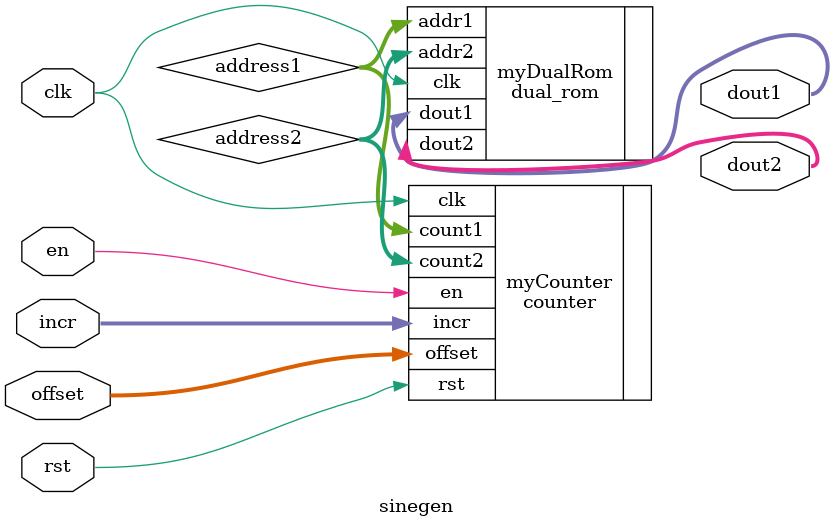
<source format=sv>
module sinegen #(
  parameter WIDTH = 8
)(
  input  logic clk,
  input  logic rst,
  input  logic en,
  input logic [WIDTH-1:0] incr,
  input logic [WIDTH-1:0] offset,
  output logic [WIDTH-1:0] dout1,
  output logic [WIDTH-1:0] dout2
);

  logic [WIDTH-1:0] address1;
  logic [WIDTH-1:0] address2;

counter myCounter (
  .clk (clk),
  .rst (rst),
  .en (en),
  .incr (incr),
  .offset (offset),
  .count1 (address1),
  .count2 (address2)
);

dual_rom myDualRom (
  .clk (clk),
  .addr1 (address1),
  .addr2 (address2),
  .dout1 (dout1),
  .dout2 (dout2)
);

endmodule

</source>
